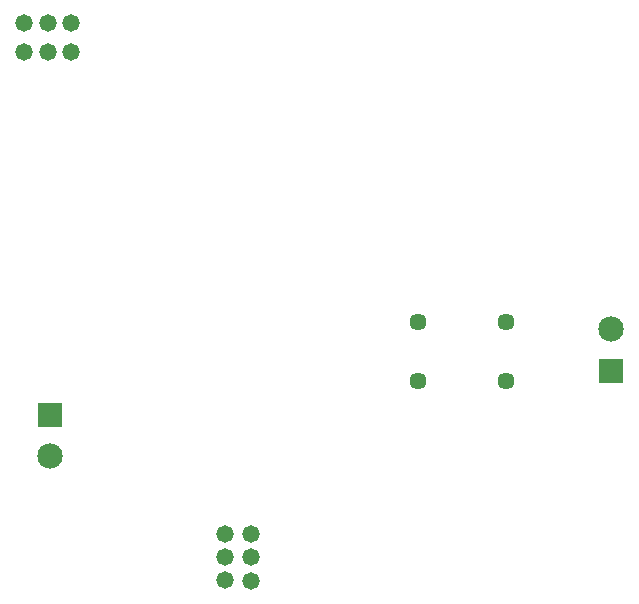
<source format=gbr>
G04*
G04 #@! TF.GenerationSoftware,Altium Limited,Altium Designer,23.0.1 (38)*
G04*
G04 Layer_Color=16711935*
%FSLAX44Y44*%
%MOMM*%
G71*
G04*
G04 #@! TF.SameCoordinates,E0B9C1ED-34CA-4D35-9301-72E17DFC46F4*
G04*
G04*
G04 #@! TF.FilePolarity,Negative*
G04*
G01*
G75*
%ADD29C,1.4532*%
%ADD30C,2.1532*%
%ADD31R,2.1532X2.1532*%
%ADD32C,1.4732*%
D29*
X1651000Y626980D02*
D03*
Y576980D02*
D03*
X1576070Y626980D02*
D03*
Y576980D02*
D03*
D30*
X1739900Y620470D02*
D03*
X1264460Y513360D02*
D03*
D31*
X1739900Y585470D02*
D03*
X1264460Y548360D02*
D03*
D32*
X1242500Y855000D02*
D03*
X1262500D02*
D03*
X1282500D02*
D03*
Y880000D02*
D03*
X1262500D02*
D03*
X1242500D02*
D03*
X1435000Y407500D02*
D03*
X1412500Y427500D02*
D03*
X1435000D02*
D03*
Y447500D02*
D03*
X1413000Y447250D02*
D03*
X1412750Y408000D02*
D03*
M02*

</source>
